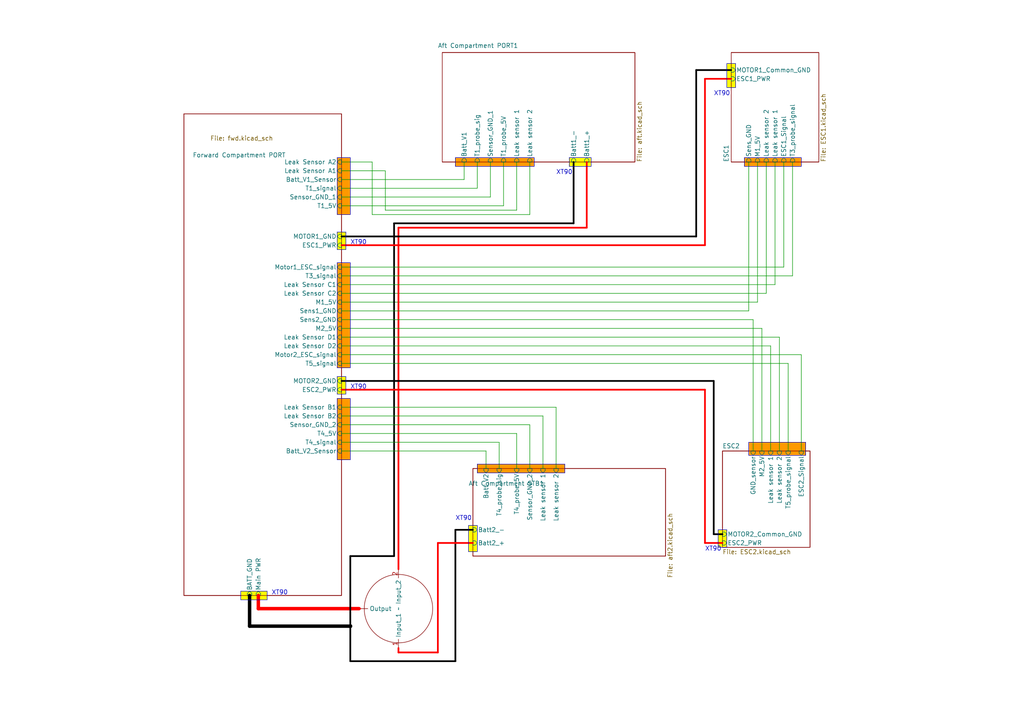
<source format=kicad_sch>
(kicad_sch (version 20230121) (generator eeschema)
  (paper "A4")
  (lib_symbols
    (symbol "MRS:Rotary_Switch"
      (property "Reference" "RS" (at 0 5.08 0))
      (symbol "Rotary_Switch_0_1"
        (circle (center 0 0) (radius 9.919))
      )
      (symbol "Rotary_Switch_1_1"
        (pin output line (at 0 -11.43 90) (length 2.54) (name "Output") (number ""))
        (pin bidirectional line (at 11.43 0 180) (length 2.54) (name "Input_1") (number "1"))
        (pin bidirectional line (at -11.43 0 0) (length 2.54) (name "Input_2") (number "2"))
      )
    )
  )
  (junction (at 101.6 181.61) (diameter 1) (color 0 0 0 1))
  (wire (pts (xy 153.67 62.23) (xy 107.95 62.23)))
  (wire (pts (xy 232.41 102.87) (xy 232.41 130.81)))
  (wire (pts (xy 140.97 130.81) (xy 140.97 135.89)))
  (wire (pts (xy 99.06 57.15) (xy 142.24 57.15)))
  (wire (pts (xy 220.98 130.81) (xy 220.98 95.25)))
  (wire (pts (xy 138.43 54.61) (xy 138.43 46.99)))
  (wire (pts (xy 74.93 172.72) (xy 74.93 176.53)) (stroke (width 1) (color 255 0 0 1)))
  (wire (pts (xy 101.6 191.77) (xy 132.08 191.77)) (stroke (width 0.5) (color 0 0 0 1)))
  (wire (pts (xy 99.06 125.73) (xy 149.86 125.73)))
  (wire (pts (xy 99.06 71.12) (xy 204.47 71.12)) (stroke (width 0.5) (color 255 0 0 1)))
  (wire (pts (xy 114.3 64.77) (xy 114.3 161.29)) (stroke (width 0.5) (color 0 0 0 1)))
  (wire (pts (xy 201.93 68.58) (xy 99.06 68.58)) (stroke (width 0.5) (color 0 0 0 1)))
  (wire (pts (xy 99.06 123.19) (xy 153.67 123.19)))
  (wire (pts (xy 99.06 54.61) (xy 138.43 54.61)))
  (wire (pts (xy 207.01 154.94) (xy 209.55 154.94)) (stroke (width 0.5) (color 0 0 0 1)))
  (wire (pts (xy 142.24 57.15) (xy 142.24 46.99)))
  (wire (pts (xy 134.62 46.99) (xy 134.62 52.07)))
  (wire (pts (xy 170.18 46.99) (xy 170.18 66.04)) (stroke (width 0.5) (color 255 0 0 1)))
  (wire (pts (xy 115.57 66.04) (xy 115.57 165.1)) (stroke (width 0.5) (color 255 0 0 1)))
  (wire (pts (xy 115.57 189.23) (xy 115.57 187.96)) (stroke (width 0.5) (color 255 0 0 1)))
  (wire (pts (xy 228.6 130.81) (xy 228.6 105.41)))
  (wire (pts (xy 99.06 77.47) (xy 227.33 77.47)))
  (wire (pts (xy 99.06 130.81) (xy 140.97 130.81)))
  (wire (pts (xy 166.37 64.77) (xy 166.37 46.99)) (stroke (width 0.5) (color 0 0 0 1)))
  (wire (pts (xy 223.52 100.33) (xy 223.52 130.81)))
  (wire (pts (xy 224.79 46.99) (xy 224.79 82.55)))
  (wire (pts (xy 204.47 22.86) (xy 204.47 71.12)) (stroke (width 0.5) (color 255 0 0 1)))
  (wire (pts (xy 222.25 46.99) (xy 222.25 85.09)))
  (wire (pts (xy 218.44 92.71) (xy 218.44 130.81)))
  (wire (pts (xy 107.95 62.23) (xy 107.95 46.99)))
  (wire (pts (xy 72.39 181.61) (xy 101.6 181.61)) (stroke (width 1) (color 0 0 0 1)))
  (wire (pts (xy 99.06 102.87) (xy 232.41 102.87)))
  (wire (pts (xy 99.06 120.65) (xy 157.48 120.65)))
  (wire (pts (xy 99.06 90.17) (xy 217.17 90.17)))
  (wire (pts (xy 99.06 92.71) (xy 218.44 92.71)))
  (wire (pts (xy 127 157.48) (xy 137.16 157.48)) (stroke (width 0.5) (color 255 0 0 1)))
  (wire (pts (xy 99.06 128.27) (xy 144.78 128.27)))
  (wire (pts (xy 99.06 87.63) (xy 219.71 87.63)))
  (wire (pts (xy 201.93 20.32) (xy 212.09 20.32)) (stroke (width 0.5) (color 0 0 0 1)))
  (wire (pts (xy 201.93 20.32) (xy 201.93 68.58)) (stroke (width 0.5) (color 0 0 0 1)))
  (wire (pts (xy 226.06 97.79) (xy 226.06 130.81)))
  (wire (pts (xy 157.48 120.65) (xy 157.48 135.89)))
  (wire (pts (xy 219.71 46.99) (xy 219.71 87.63)))
  (wire (pts (xy 127 157.48) (xy 127 189.23)) (stroke (width 0.5) (color 255 0 0 1)))
  (wire (pts (xy 127 189.23) (xy 115.57 189.23)) (stroke (width 0.5) (color 255 0 0 1)))
  (wire (pts (xy 132.08 153.67) (xy 137.16 153.67)) (stroke (width 0.5) (color 0 0 0 1)))
  (wire (pts (xy 134.62 52.07) (xy 99.06 52.07)))
  (wire (pts (xy 72.39 181.61) (xy 72.39 172.72)) (stroke (width 1) (color 0 0 0 1)))
  (wire (pts (xy 204.47 157.48) (xy 209.55 157.48)) (stroke (width 0.5) (color 255 0 0 1)))
  (wire (pts (xy 226.06 97.79) (xy 99.06 97.79)))
  (wire (pts (xy 161.29 118.11) (xy 161.29 135.89)))
  (wire (pts (xy 149.86 125.73) (xy 149.86 135.89)))
  (wire (pts (xy 204.47 113.03) (xy 204.47 157.48)) (stroke (width 0.5) (color 255 0 0 1)))
  (wire (pts (xy 222.25 85.09) (xy 99.06 85.09)))
  (wire (pts (xy 149.86 60.96) (xy 111.76 60.96)))
  (wire (pts (xy 115.57 66.04) (xy 170.18 66.04)) (stroke (width 0.5) (color 255 0 0 1)))
  (wire (pts (xy 149.86 46.99) (xy 149.86 60.96)))
  (wire (pts (xy 101.6 181.61) (xy 101.6 191.77)) (stroke (width 0.5) (color 0 0 0 1)))
  (wire (pts (xy 146.05 59.69) (xy 146.05 46.99)))
  (wire (pts (xy 111.76 49.53) (xy 111.76 60.96)))
  (wire (pts (xy 101.6 161.29) (xy 101.6 181.61)) (stroke (width 0.5) (color 0 0 0 1)))
  (wire (pts (xy 99.06 118.11) (xy 161.29 118.11)))
  (wire (pts (xy 153.67 46.99) (xy 153.67 62.23)))
  (wire (pts (xy 220.98 95.25) (xy 99.06 95.25)))
  (wire (pts (xy 207.01 110.49) (xy 207.01 154.94)) (stroke (width 0.5) (color 0 0 0 1)))
  (wire (pts (xy 101.6 161.29) (xy 114.3 161.29)) (stroke (width 0.5) (color 0 0 0 1)))
  (wire (pts (xy 227.33 77.47) (xy 227.33 46.99)))
  (wire (pts (xy 144.78 128.27) (xy 144.78 135.89)))
  (wire (pts (xy 153.67 123.19) (xy 153.67 135.89)))
  (wire (pts (xy 99.06 59.69) (xy 146.05 59.69)))
  (wire (pts (xy 99.06 113.03) (xy 204.47 113.03)) (stroke (width 0.5) (color 255 0 0 1)))
  (wire (pts (xy 99.06 105.41) (xy 228.6 105.41)))
  (wire (pts (xy 99.06 110.49) (xy 207.01 110.49)) (stroke (width 0.5) (color 0 0 0 1)))
  (wire (pts (xy 99.06 46.99) (xy 107.95 46.99)))
  (wire (pts (xy 204.47 22.86) (xy 212.09 22.86)) (stroke (width 0.5) (color 255 0 0 1)))
  (wire (pts (xy 114.3 64.77) (xy 166.37 64.77)) (stroke (width 0.5) (color 0 0 0 1)))
  (wire (pts (xy 223.52 100.33) (xy 99.06 100.33)))
  (wire (pts (xy 132.08 191.77) (xy 132.08 153.67)) (stroke (width 0.5) (color 0 0 0 1)))
  (wire (pts (xy 74.93 176.53) (xy 104.14 176.53)) (stroke (width 1) (color 255 0 0 1)))
  (wire (pts (xy 229.87 80.01) (xy 229.87 46.99)))
  (wire (pts (xy 217.17 90.17) (xy 217.17 46.99)))
  (wire (pts (xy 111.76 49.53) (xy 99.06 49.53)))
  (wire (pts (xy 99.06 80.01) (xy 229.87 80.01)))
  (wire (pts (xy 224.79 82.55) (xy 99.06 82.55)))
  (rectangle (start 69.85 171.45) (end 77.47 173.99) (fill (type color) (color 255 255 0 1)))
  (rectangle (start 217.17 128.27) (end 233.68 132.08) (fill (type color) (color 255 153 0 1)))
  (rectangle (start 97.79 76.2) (end 101.6 106.68) (fill (type color) (color 255 153 0 1)))
  (rectangle (start 132.08 45.72) (end 154.94 48.26) (fill (type color) (color 255 153 0 1)))
  (rectangle (start 135.89 152.4) (end 138.43 160.02) (fill (type color) (color 255 255 0 1)))
  (rectangle (start 165.1 45.72) (end 171.45 48.26) (fill (type color) (color 255 255 0 1)))
  (rectangle (start 97.79 45.72) (end 101.6 62.23) (fill (type color) (color 255 153 0 1)))
  (rectangle (start 97.79 115.57) (end 101.6 133.35) (fill (type color) (color 255 153 0 1)))
  (rectangle (start 215.9 45.72) (end 232.41 48.26) (fill (type color) (color 255 153 0 1)))
  (rectangle (start 208.28 153.67) (end 210.82 158.75) (fill (type color) (color 255 255 0 1)))
  (rectangle (start 97.79 109.22) (end 100.33 114.3) (fill (type color) (color 255 255 0 1)))
  (rectangle (start 210.82 18.415) (end 213.36 25.4) (fill (type color) (color 255 255 0 1)))
  (rectangle (start 138.43 134.62) (end 163.83 137.16) (fill (type color) (color 255 153 0 1)))
  (rectangle (start 97.79 67.31) (end 100.33 72.39) (fill (type color) (color 255 255 0 1)))
  (text "XT90\n" (at 132.08 151.13 0) (effects (font (size 1.27 1.27)) (justify left bottom)))
  (text "XT90\n" (at 101.6 71.12 0) (effects (font (size 1.27 1.27)) (justify left bottom)))
  (text "XT90\n" (at 204.47 160.02 0) (effects (font (size 1.27 1.27)) (justify left bottom)))
  (text "XT90\n" (at 207.01 27.94 0) (effects (font (size 1.27 1.27)) (justify left bottom)))
  (text "XT90\n" (at 161.29 50.8 0) (effects (font (size 1.27 1.27)) (justify left bottom)))
  (text "XT90\n" (at 78.74 172.72 0) (effects (font (size 1.27 1.27)) (justify left bottom)))
  (text "XT90\n" (at 101.6 113.03 0) (effects (font (size 1.27 1.27)) (justify left bottom)))
  (symbol (lib_id "MRS:Rotary_Switch") (at 115.57 176.53 270) (unit 1)
    (property "Reference" "RS1" (effects hide))
    (property "Value" "~" (at 115.57 176.53 0))
  )
  (sheet (at 212.09 15.24) (size 25.4 31.75) (stroke (width 0.1524))
    (property "Sheetname" "ESC1" (at 211.3784 46.99 90) (effects (justify left bottom)))
    (property "Sheetfile" "ESC1.kicad_sch" (at 238.0746 46.99 90) (effects (justify left top)))
    (pin "ESC1_Signal" input (at 227.33 46.99 270))
    (pin "T3_probe_signal" input (at 229.87 46.99 270))
    (pin "ESC1_PWR" input (at 212.09 22.86 180))
    (pin "Leak sensor 1" input (at 224.79 46.99 270))
    (pin "Leak sensor 2" input (at 222.25 46.99 270))
    (pin "MOTOR1_Common_GND" input (at 212.09 20.32 180))
    (pin "M1_5V" input (at 219.71 46.99 270))
    (pin "Sens_GND" input (at 217.17 46.99 270))
  )
  (sheet (at 137.16 135.89) (size 55.88 25.4) (stroke (width 0.1524))
    (property "Sheetname" "Aft Compartment STB1" (at 135.89 140.97 0) (effects (justify left bottom)))
    (property "Sheetfile" "aft2.kicad_sch" (at 193.6246 167.64 90) (effects (justify left top)))
    (pin "Batt2_+" input (at 137.16 157.48 180))
    (pin "Batt2_-" input (at 137.16 153.67 180))
    (pin "T4_probe_5V" input (at 149.86 135.89 90))
    (pin "T4_probe_sig" input (at 144.78 135.89 90))
    (pin "Batt_V2" input (at 140.97 135.89 90))
    (pin "Sensor_GND_2" input (at 153.67 135.89 90))
    (pin "Leak sensor 1" input (at 157.48 135.89 90))
    (pin "Leak sensor 2" input (at 161.29 135.89 90))
  )
  (sheet (at 209.55 130.81) (size 25.4 27.94) (stroke (width 0.1524))
    (property "Sheetname" "ESC2" (at 209.55 130.0984 0) (effects (justify left bottom)))
    (property "Sheetfile" "ESC2.kicad_sch" (at 209.55 159.3346 0) (effects (justify left top)))
    (pin "T5_probe_signal" input (at 228.6 130.81 90))
    (pin "MOTOR2_Common_GND" input (at 209.55 154.94 180))
    (pin "ESC2_PWR" input (at 209.55 157.48 180))
    (pin "ESC2_Signal" input (at 232.41 130.81 90))
    (pin "Leak sensor 2" input (at 226.06 130.81 90))
    (pin "Leak sensor 1" input (at 223.52 130.81 90))
    (pin "M2_5V" input (at 220.98 130.81 90))
    (pin "GND_sensor" input (at 218.44 130.81 90))
  )
  (sheet (at 128.27 15.24) (size 55.88 31.75) (stroke (width 0.1524))
    (property "Sheetname" "Aft Compartment PORT1" (at 127 13.97 0) (effects (justify left bottom)))
    (property "Sheetfile" "aft.kicad_sch" (at 184.7346 46.99 90) (effects (justify left top)))
    (pin "Batt1_+" input (at 170.18 46.99 270))
    (pin "T1_probe_5V" input (at 146.05 46.99 270))
    (pin "Batt1_-" input (at 166.37 46.99 270))
    (pin "T1_probe_sig" input (at 138.43 46.99 270))
    (pin "Batt_V1" input (at 134.62 46.99 270))
    (pin "Sensor_GND_1" input (at 142.24 46.99 270))
    (pin "Leak sensor 1" input (at 149.86 46.99 270))
    (pin "Leak sensor 2" input (at 153.67 46.99 270))
  )
  (sheet (at 53.34 33.02) (size 45.72 139.7) (stroke (width 0.1524))
    (property "Sheetname" "Forward Compartment PORT" (at 55.88 45.72 0) (effects (justify left bottom)))
    (property "Sheetfile" "fwd.kicad_sch" (at 60.96 39.37 0) (effects (justify left top)))
    (pin "Main PWR" input (at 74.93 172.72 270))
    (pin "BATT_GND" input (at 72.39 172.72 270))
    (pin "Motor1_ESC_signal" input (at 99.06 77.47 0))
    (pin "Motor2_ESC_signal" input (at 99.06 102.87 0))
    (pin "ESC2_PWR" input (at 99.06 113.03 0))
    (pin "ESC1_PWR" input (at 99.06 71.12 0))
    (pin "T3_signal" input (at 99.06 80.01 0))
    (pin "T1_signal" input (at 99.06 54.61 0))
    (pin "T4_signal" input (at 99.06 128.27 0))
    (pin "T5_signal" input (at 99.06 105.41 0))
    (pin "T1_5V" input (at 99.06 59.69 0))
    (pin "T4_5V" input (at 99.06 125.73 0))
    (pin "Sensor_GND_1" input (at 99.06 57.15 0))
    (pin "Sensor_GND_2" input (at 99.06 123.19 0))
    (pin "Batt_V1_Sensor" input (at 99.06 52.07 0))
    (pin "MOTOR2_GND" input (at 99.06 110.49 0))
    (pin "Batt_V2_Sensor" input (at 99.06 130.81 0))
    (pin "MOTOR1_GND" input (at 99.06 68.58 0))
    (pin "Leak Sensor A1" input (at 99.06 49.53 0))
    (pin "Leak Sensor C2" input (at 99.06 85.09 0))
    (pin "Leak Sensor A2" input (at 99.06 46.99 0))
    (pin "Leak Sensor B1" input (at 99.06 118.11 0))
    (pin "Leak Sensor B2" input (at 99.06 120.65 0))
    (pin "Leak Sensor C1" input (at 99.06 82.55 0))
    (pin "Leak Sensor D1" input (at 99.06 97.79 0))
    (pin "Leak Sensor D2" input (at 99.06 100.33 0))
    (pin "M1_5V" input (at 99.06 87.63 0))
    (pin "M2_5V" input (at 99.06 95.25 0))
    (pin "Sens1_GND" input (at 99.06 90.17 0))
    (pin "Sens2_GND" input (at 99.06 92.71 0))
  )
)
</source>
